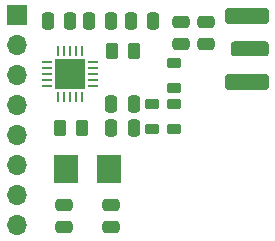
<source format=gbr>
%TF.GenerationSoftware,KiCad,Pcbnew,8.0.8*%
%TF.CreationDate,2025-03-31T21:12:05+02:00*%
%TF.ProjectId,nrf24small,6e726632-3473-46d6-916c-6c2e6b696361,rev?*%
%TF.SameCoordinates,Original*%
%TF.FileFunction,Soldermask,Top*%
%TF.FilePolarity,Negative*%
%FSLAX46Y46*%
G04 Gerber Fmt 4.6, Leading zero omitted, Abs format (unit mm)*
G04 Created by KiCad (PCBNEW 8.0.8) date 2025-03-31 21:12:05*
%MOMM*%
%LPD*%
G01*
G04 APERTURE LIST*
G04 Aperture macros list*
%AMRoundRect*
0 Rectangle with rounded corners*
0 $1 Rounding radius*
0 $2 $3 $4 $5 $6 $7 $8 $9 X,Y pos of 4 corners*
0 Add a 4 corners polygon primitive as box body*
4,1,4,$2,$3,$4,$5,$6,$7,$8,$9,$2,$3,0*
0 Add four circle primitives for the rounded corners*
1,1,$1+$1,$2,$3*
1,1,$1+$1,$4,$5*
1,1,$1+$1,$6,$7*
1,1,$1+$1,$8,$9*
0 Add four rect primitives between the rounded corners*
20,1,$1+$1,$2,$3,$4,$5,0*
20,1,$1+$1,$4,$5,$6,$7,0*
20,1,$1+$1,$6,$7,$8,$9,0*
20,1,$1+$1,$8,$9,$2,$3,0*%
G04 Aperture macros list end*
%ADD10RoundRect,0.250000X1.350000X-0.385000X1.350000X0.385000X-1.350000X0.385000X-1.350000X-0.385000X0*%
%ADD11RoundRect,0.250000X1.600000X-0.425000X1.600000X0.425000X-1.600000X0.425000X-1.600000X-0.425000X0*%
%ADD12R,2.000000X2.400000*%
%ADD13RoundRect,0.062500X-0.350000X-0.062500X0.350000X-0.062500X0.350000X0.062500X-0.350000X0.062500X0*%
%ADD14RoundRect,0.062500X-0.062500X-0.350000X0.062500X-0.350000X0.062500X0.350000X-0.062500X0.350000X0*%
%ADD15R,2.500000X2.500000*%
%ADD16R,1.700000X1.700000*%
%ADD17O,1.700000X1.700000*%
%ADD18RoundRect,0.250000X-0.475000X0.250000X-0.475000X-0.250000X0.475000X-0.250000X0.475000X0.250000X0*%
%ADD19RoundRect,0.250000X0.250000X0.475000X-0.250000X0.475000X-0.250000X-0.475000X0.250000X-0.475000X0*%
%ADD20RoundRect,0.250000X-0.250000X-0.475000X0.250000X-0.475000X0.250000X0.475000X-0.250000X0.475000X0*%
%ADD21RoundRect,0.218750X0.381250X-0.218750X0.381250X0.218750X-0.381250X0.218750X-0.381250X-0.218750X0*%
%ADD22RoundRect,0.218750X-0.381250X0.218750X-0.381250X-0.218750X0.381250X-0.218750X0.381250X0.218750X0*%
%ADD23RoundRect,0.250000X0.262500X0.450000X-0.262500X0.450000X-0.262500X-0.450000X0.262500X-0.450000X0*%
G04 APERTURE END LIST*
D10*
%TO.C,J1*%
X105250000Y-54325000D03*
D11*
X105000000Y-51500000D03*
X105000000Y-57150000D03*
%TD*%
D12*
%TO.C,Y1*%
X93350000Y-64500000D03*
X89650000Y-64500000D03*
%TD*%
D13*
%TO.C,U1*%
X88062500Y-55437500D03*
X88062500Y-55937500D03*
X88062500Y-56437500D03*
X88062500Y-56937500D03*
X88062500Y-57437500D03*
D14*
X89000000Y-58375000D03*
X89500000Y-58375000D03*
X90000000Y-58375000D03*
X90500000Y-58375000D03*
X91000000Y-58375000D03*
D13*
X91937500Y-57437500D03*
X91937500Y-56937500D03*
X91937500Y-56437500D03*
X91937500Y-55937500D03*
X91937500Y-55437500D03*
D14*
X91000000Y-54500000D03*
X90500000Y-54500000D03*
X90000000Y-54500000D03*
X89500000Y-54500000D03*
X89000000Y-54500000D03*
D15*
X90000000Y-56437500D03*
%TD*%
D16*
%TO.C,J2*%
X85500000Y-51460000D03*
D17*
X85500000Y-54000000D03*
X85500000Y-56540000D03*
X85500000Y-59080000D03*
X85500000Y-61620000D03*
X85500000Y-64160000D03*
X85500000Y-66700000D03*
X85500000Y-69240000D03*
%TD*%
D18*
%TO.C,C10*%
X101500000Y-52000000D03*
X101500000Y-53900000D03*
%TD*%
%TO.C,C9*%
X99450000Y-52000000D03*
X99450000Y-53900000D03*
%TD*%
D19*
%TO.C,C8*%
X93500000Y-59000000D03*
X95400000Y-59000000D03*
%TD*%
%TO.C,C7*%
X95400000Y-61000000D03*
X93500000Y-61000000D03*
%TD*%
D18*
%TO.C,C6*%
X89500000Y-67500000D03*
X89500000Y-69400000D03*
%TD*%
%TO.C,C5*%
X93500000Y-67500000D03*
X93500000Y-69400000D03*
%TD*%
D19*
%TO.C,C4*%
X88125000Y-51937500D03*
X90025000Y-51937500D03*
%TD*%
D20*
%TO.C,C3*%
X95150000Y-51937500D03*
X97050000Y-51937500D03*
%TD*%
%TO.C,C1*%
X91625000Y-51937500D03*
X93525000Y-51937500D03*
%TD*%
D21*
%TO.C,L2*%
X97000000Y-61125000D03*
X97000000Y-59000000D03*
%TD*%
D22*
%TO.C,L3*%
X98800000Y-61125000D03*
X98800000Y-59000000D03*
%TD*%
%TO.C,L4*%
X98800000Y-55500000D03*
X98800000Y-57625000D03*
%TD*%
D23*
%TO.C,R1*%
X95412500Y-54500000D03*
X93587500Y-54500000D03*
%TD*%
%TO.C,R2*%
X91000000Y-61000000D03*
X89175000Y-61000000D03*
%TD*%
M02*

</source>
